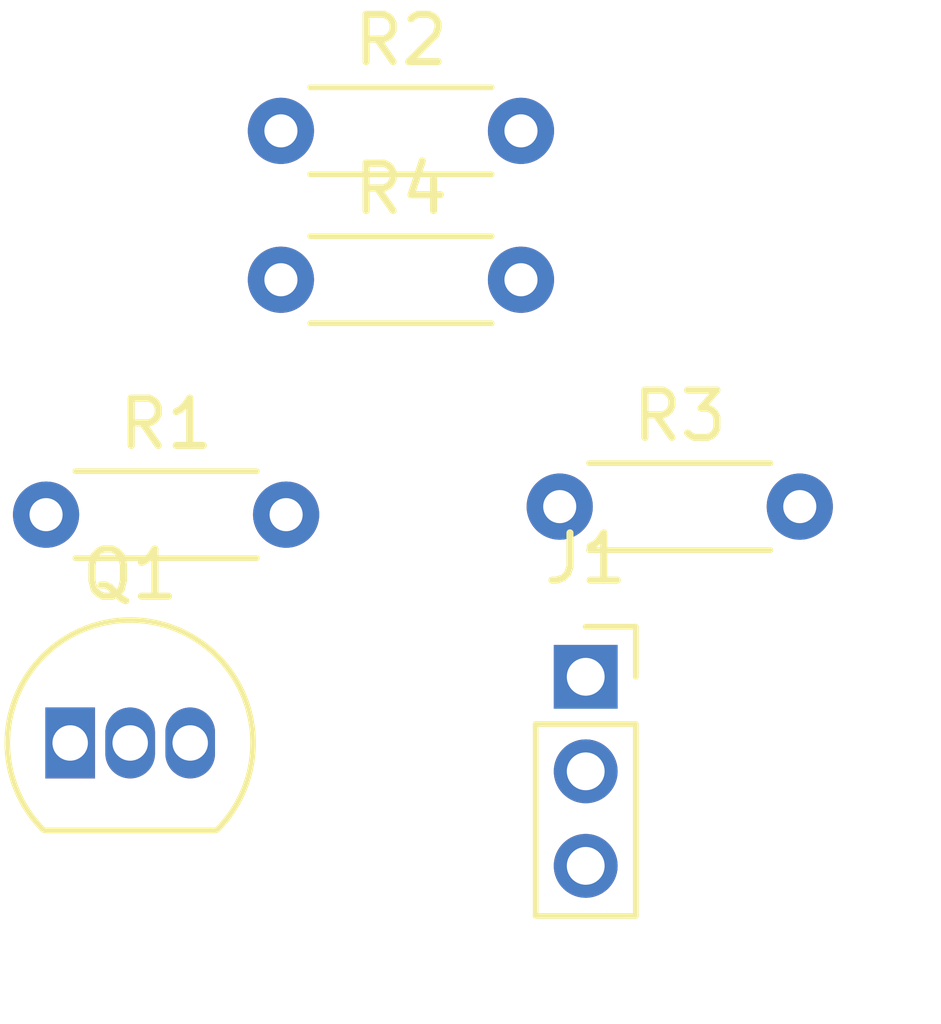
<source format=kicad_pcb>
(kicad_pcb (version 20221018) (generator pcbnew)
  (layers (0 "F.Cu" signal) (31 "B.Cu" signal) (34 "B.Paste" user) (35 "F.Paste" user) (36 "B.SilkS" user "B.Silkscreen") (37 "F.SilkS" user "F.Silkscreen") (38 "B.Mask" user) (39 "F.Mask" user) (44 "Edge.Cuts" user))
  (net 0 "")
  (net 1 "OUT")
  (net 2 "Net-(Q1-B)")
  (net 3 "+3V3")
  (net 4 "Net-(U1-+)")
  (net 5 "GND")
  (net 6 "Net-(U1--)")
  (footprint "Resistor_THT:R_Axial_DIN0204_L3.6mm_D1.6mm_P5.08mm_Horizontal" (layer "F.Cu") (at 141.95 82.17)
    (fp_text reference "R1" (at 2.54 -1.92) (layer "F.SilkS"))
    (fp_text value "R_Photo")
    (fp_line (start 0.62 -0.92) (end 4.46 -0.92) (stroke (width 0.12)) (layer "F.SilkS"))
    (fp_line (start 0.62 0.92) (end 4.46 0.92) (stroke (width 0.12)) (layer "F.SilkS"))
    (pad "1" thru_hole circle (at 0 0) (size 1.4 1.4) (drill 0.7) (layers "*.Cu" "*.Mask") (net 4 "Net-(U1-+)"))
    (pad "2" thru_hole oval (at 5.08 0) (size 1.4 1.4) (drill 0.7) (layers "*.Cu" "*.Mask") (net 5 "GND"))
  )
  (footprint "Resistor_THT:R_Axial_DIN0204_L3.6mm_D1.6mm_P5.08mm_Horizontal" (layer "F.Cu") (at 146.92 74.05)
    (fp_text reference "R2" (at 2.54 -1.92) (layer "F.SilkS"))
    (fp_text value "R")
    (fp_line (start 0.62 -0.92) (end 4.46 -0.92) (stroke (width 0.12)) (layer "F.SilkS"))
    (fp_line (start 0.62 0.92) (end 4.46 0.92) (stroke (width 0.12)) (layer "F.SilkS"))
    (pad "1" thru_hole circle (at 0 0) (size 1.4 1.4) (drill 0.7) (layers "*.Cu" "*.Mask") (net 3 "+3V3"))
    (pad "2" thru_hole oval (at 5.08 0) (size 1.4 1.4) (drill 0.7) (layers "*.Cu" "*.Mask") (net 4 "Net-(U1-+)"))
  )
  (footprint "Resistor_THT:R_Axial_DIN0204_L3.6mm_D1.6mm_P5.08mm_Horizontal" (layer "F.Cu") (at 152.82 82)
    (fp_text reference "R3" (at 2.54 -1.92) (layer "F.SilkS"))
    (fp_text value "R")
    (fp_line (start 0.62 -0.92) (end 4.46 -0.92) (stroke (width 0.12)) (layer "F.SilkS"))
    (fp_line (start 0.62 0.92) (end 4.46 0.92) (stroke (width 0.12)) (layer "F.SilkS"))
    (pad "1" thru_hole circle (at 0 0) (size 1.4 1.4) (drill 0.7) (layers "*.Cu" "*.Mask") (net 3 "+3V3"))
    (pad "2" thru_hole oval (at 5.08 0) (size 1.4 1.4) (drill 0.7) (layers "*.Cu" "*.Mask") (net 6 "Net-(U1--)"))
  )
  (footprint "Resistor_THT:R_Axial_DIN0204_L3.6mm_D1.6mm_P5.08mm_Horizontal" (layer "F.Cu") (at 146.92 77.2)
    (fp_text reference "R4" (at 2.54 -1.92) (layer "F.SilkS"))
    (fp_text value "R")
    (fp_line (start 0.62 -0.92) (end 4.46 -0.92) (stroke (width 0.12)) (layer "F.SilkS"))
    (fp_line (start 0.62 0.92) (end 4.46 0.92) (stroke (width 0.12)) (layer "F.SilkS"))
    (pad "1" thru_hole circle (at 0 0) (size 1.4 1.4) (drill 0.7) (layers "*.Cu" "*.Mask") (net 6 "Net-(U1--)"))
    (pad "2" thru_hole oval (at 5.08 0) (size 1.4 1.4) (drill 0.7) (layers "*.Cu" "*.Mask") (net 5 "GND"))
  )
  (footprint "Package_TO_SOT_THT:TO-92_Inline" (layer "F.Cu") (at 142.46 87)
    (fp_text reference "Q1" (at 1.27 -3.56) (layer "F.SilkS"))
    (fp_text value "NPN")
    (fp_line (start -0.53 1.85) (end 3.07 1.85) (stroke (width 0.12)) (layer "F.SilkS"))
    (fp_arc (start -0.568478 1.838478) (mid -1.132087 -0.994977) (end 1.27 -2.6) (stroke (width 0.12)) (layer "F.SilkS"))
    (fp_arc (start 1.27 -2.6) (mid 3.672087 -0.994977) (end 3.108478 1.838478) (stroke (width 0.12)) (layer "F.SilkS"))
    (pad "1" thru_hole rect (at 0 0) (size 1.05 1.5) (drill 0.75) (layers "*.Cu" "*.Mask") (net 1 "OUT"))
    (pad "2" thru_hole oval (at 1.27 0) (size 1.05 1.5) (drill 0.75) (layers "*.Cu" "*.Mask") (net 2 "Net-(Q1-B)"))
    (pad "3" thru_hole oval (at 2.54 0) (size 1.05 1.5) (drill 0.75) (layers "*.Cu" "*.Mask") (net 3 "+3V3"))
  )
  (footprint "Connector_PinSocket_2.00mm:PinSocket_1x03_P2.00mm_Vertical" (layer "F.Cu") (at 153.37 85.6)
    (fp_text reference "J1" (at 0 -2.5) (layer "F.SilkS"))
    (fp_text value "Conn_01x03_Socket")
    (fp_line (start -1.06 1) (end -1.06 5.06) (stroke (width 0.12)) (layer "F.SilkS"))
    (fp_line (start -1.06 1) (end 1.06 1) (stroke (width 0.12)) (layer "F.SilkS"))
    (fp_line (start -1.06 5.06) (end 1.06 5.06) (stroke (width 0.12)) (layer "F.SilkS"))
    (fp_line (start 0 -1.06) (end 1.06 -1.06) (stroke (width 0.12)) (layer "F.SilkS"))
    (fp_line (start 1.06 -1.06) (end 1.06 0) (stroke (width 0.12)) (layer "F.SilkS"))
    (fp_line (start 1.06 1) (end 1.06 5.06) (stroke (width 0.12)) (layer "F.SilkS"))
    (pad "1" thru_hole rect (at 0 0) (size 1.35 1.35) (drill 0.8) (layers "*.Cu" "*.Mask") (net 3 "+3V3"))
    (pad "2" thru_hole oval (at 0 2) (size 1.35 1.35) (drill 0.8) (layers "*.Cu" "*.Mask") (net 5 "GND"))
    (pad "3" thru_hole oval (at 0 4) (size 1.35 1.35) (drill 0.8) (layers "*.Cu" "*.Mask") (net 1 "OUT"))
  )
)
</source>
